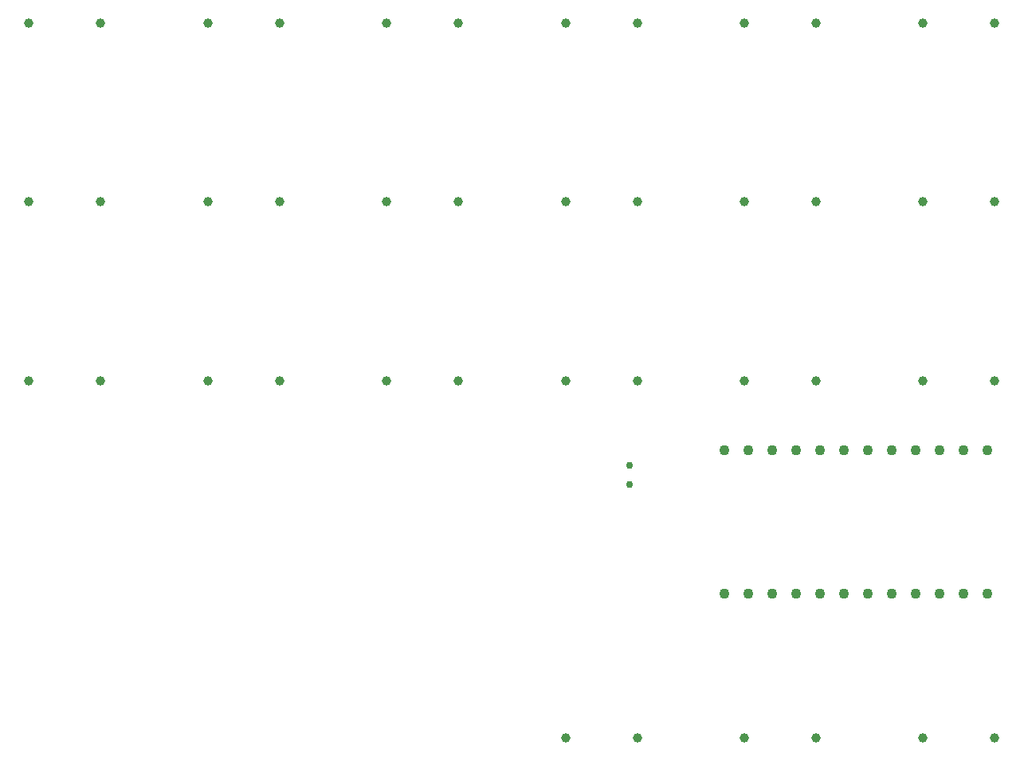
<source format=gbr>
%TF.GenerationSoftware,KiCad,Pcbnew,9.0.4*%
%TF.CreationDate,2025-09-30T09:24:15+02:00*%
%TF.ProjectId,left-finished,6c656674-2d66-4696-9e69-736865642e6b,v1.0.0*%
%TF.SameCoordinates,Original*%
%TF.FileFunction,Plated,1,2,PTH,Drill*%
%TF.FilePolarity,Positive*%
%FSLAX46Y46*%
G04 Gerber Fmt 4.6, Leading zero omitted, Abs format (unit mm)*
G04 Created by KiCad (PCBNEW 9.0.4) date 2025-09-30 09:24:15*
%MOMM*%
%LPD*%
G01*
G04 APERTURE LIST*
%TA.AperFunction,ComponentDrill*%
%ADD10C,0.750000*%
%TD*%
%TA.AperFunction,ComponentDrill*%
%ADD11C,0.990600*%
%TD*%
%TA.AperFunction,ComponentDrill*%
%ADD12C,1.092200*%
%TD*%
G04 APERTURE END LIST*
D10*
%TO.C,JST1*%
X162000000Y-126000000D03*
X162000000Y-128000000D03*
D11*
%TO.C,D3*%
X98190000Y-79000000D03*
%TO.C,D2*%
X98190000Y-98000000D03*
%TO.C,D1*%
X98190000Y-117000000D03*
%TO.C,D3*%
X105810000Y-79000000D03*
%TO.C,D2*%
X105810000Y-98000000D03*
%TO.C,D1*%
X105810000Y-117000000D03*
%TO.C,D6*%
X117190000Y-79000000D03*
%TO.C,D5*%
X117190000Y-98000000D03*
%TO.C,D4*%
X117190000Y-117000000D03*
%TO.C,D6*%
X124810000Y-79000000D03*
%TO.C,D5*%
X124810000Y-98000000D03*
%TO.C,D4*%
X124810000Y-117000000D03*
%TO.C,D9*%
X136190000Y-79000000D03*
%TO.C,D8*%
X136190000Y-98000000D03*
%TO.C,D7*%
X136190000Y-117000000D03*
%TO.C,D9*%
X143810000Y-79000000D03*
%TO.C,D8*%
X143810000Y-98000000D03*
%TO.C,D7*%
X143810000Y-117000000D03*
%TO.C,D13*%
X155190000Y-79000000D03*
%TO.C,D12*%
X155190000Y-98000000D03*
%TO.C,D11*%
X155190000Y-117000000D03*
%TO.C,D10*%
X155190000Y-155000000D03*
%TO.C,D13*%
X162810000Y-79000000D03*
%TO.C,D12*%
X162810000Y-98000000D03*
%TO.C,D11*%
X162810000Y-117000000D03*
%TO.C,D10*%
X162810000Y-155000000D03*
%TO.C,D17*%
X174190000Y-79000000D03*
%TO.C,D16*%
X174190000Y-98000000D03*
%TO.C,D15*%
X174190000Y-117000000D03*
%TO.C,D14*%
X174190000Y-155000000D03*
%TO.C,D17*%
X181810000Y-79000000D03*
%TO.C,D16*%
X181810000Y-98000000D03*
%TO.C,D15*%
X181810000Y-117000000D03*
%TO.C,D14*%
X181810000Y-155000000D03*
%TO.C,D21*%
X193190000Y-79000000D03*
%TO.C,D20*%
X193190000Y-98000000D03*
%TO.C,D19*%
X193190000Y-117000000D03*
%TO.C,D18*%
X193190000Y-155000000D03*
%TO.C,D21*%
X200810000Y-79000000D03*
%TO.C,D20*%
X200810000Y-98000000D03*
%TO.C,D19*%
X200810000Y-117000000D03*
%TO.C,D18*%
X200810000Y-155000000D03*
D12*
%TO.C,MCU1*%
X172030000Y-124380000D03*
X172030000Y-139620000D03*
X174570000Y-124380000D03*
X174570000Y-139620000D03*
X177110000Y-124380000D03*
X177110000Y-139620000D03*
X179650000Y-124380000D03*
X179650000Y-139620000D03*
X182190000Y-124380000D03*
X182190000Y-139620000D03*
X184730000Y-124380000D03*
X184730000Y-139620000D03*
X187270000Y-124380000D03*
X187270000Y-139620000D03*
X189810000Y-124380000D03*
X189810000Y-139620000D03*
X192350000Y-124380000D03*
X192350000Y-139620000D03*
X194890000Y-124380000D03*
X194890000Y-139620000D03*
X197430000Y-124380000D03*
X197430000Y-139620000D03*
X199970000Y-124380000D03*
X199970000Y-139620000D03*
M02*

</source>
